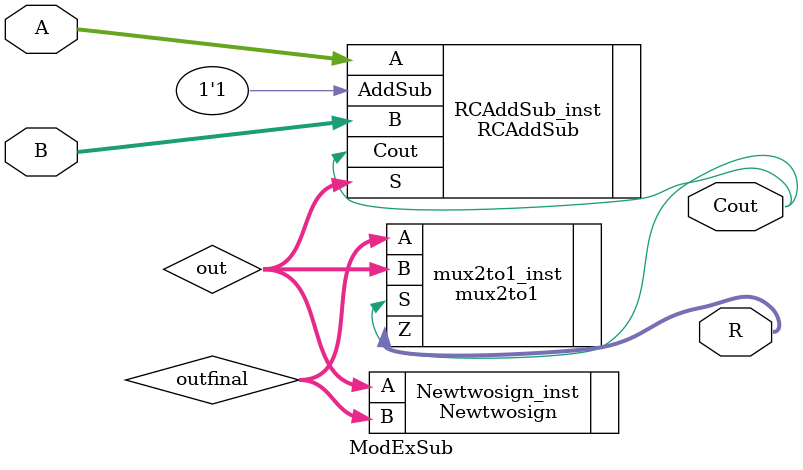
<source format=sv>
module ModExSub #(parameter W=5)
(
	input [W-1:0]A,
	input [W-1:0]B,
	//input AddSub,
	output [W-1:0]R,
	output Cout
);

	logic [W-1:0] out;
	logic [W-1:0] outfinal;

RCAddSub RCAddSub_inst
(
	.AddSub(1'b1) ,	// input  AddSub_sig
	.A(A) ,	// input [3:0] A_sig
	.B(B) ,	// input [3:0] B_sig
	.S(out) ,	// output [3:0] S_sig
	.Cout(Cout) 	// output  Cout_sig
);

//twosign twosign_inst
//(
//	.A(out) ,	// input [N-1:0] A_sig
//	.B(outfinal) 	// output [N-1:0] B_sig
//);


Newtwosign Newtwosign_inst
(
	.A(out) ,	// input [7:0] A_sig
	.B(outfinal) 	// output [7:0] B_sig
);

mux2to1 mux2to1_inst
(
	.A(outfinal) ,	// input [N-1:0] A_sig
	.B(out) ,	// input [N-1:0] B_sig
	.S(Cout) ,	// input  S_sig
	.Z(R) 	// output [N-1:0] Z_sig
);
//assign R = (Cout == 1'b0) ? outfinal : out;



endmodule

</source>
